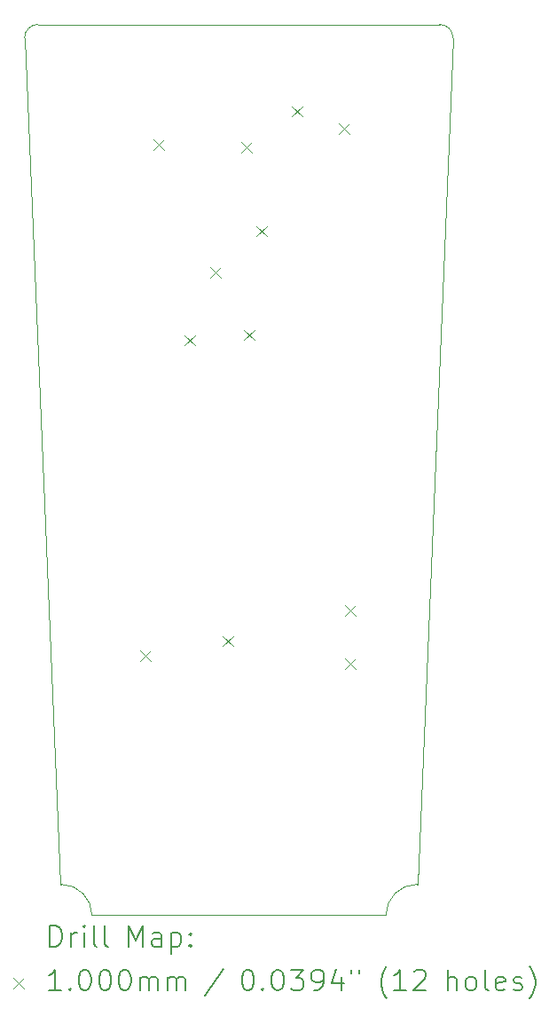
<source format=gbr>
%TF.GenerationSoftware,KiCad,Pcbnew,(7.0.0)*%
%TF.CreationDate,2023-03-18T07:41:42+03:00*%
%TF.ProjectId,StudioMic,53747564-696f-44d6-9963-2e6b69636164,1*%
%TF.SameCoordinates,Original*%
%TF.FileFunction,Drillmap*%
%TF.FilePolarity,Positive*%
%FSLAX45Y45*%
G04 Gerber Fmt 4.5, Leading zero omitted, Abs format (unit mm)*
G04 Created by KiCad (PCBNEW (7.0.0)) date 2023-03-18 07:41:42*
%MOMM*%
%LPD*%
G01*
G04 APERTURE LIST*
%ADD10C,0.100000*%
%ADD11C,0.200000*%
G04 APERTURE END LIST*
D10*
X16964362Y-13014065D02*
X16973562Y-13014065D01*
X13862062Y-13309511D02*
G75*
G03*
X13566438Y-13013888I-295622J2D01*
G01*
X13566438Y-13013888D02*
X13557238Y-13013888D01*
X17309284Y-4937321D02*
G75*
G03*
X17181650Y-4809688I-127633J0D01*
G01*
X13347022Y-4809688D02*
G75*
G03*
X13219389Y-4937321I0J-127633D01*
G01*
X13219389Y-4937321D02*
X13557238Y-13013888D01*
X13347022Y-4809688D02*
X17181650Y-4809688D01*
X17309284Y-4937321D02*
X16973562Y-13014065D01*
X16964362Y-13014068D02*
G75*
G03*
X16668738Y-13309688I-2J-295622D01*
G01*
X13862061Y-13309511D02*
X16668738Y-13309688D01*
D11*
D10*
X14326400Y-10783100D02*
X14426400Y-10883100D01*
X14426400Y-10783100D02*
X14326400Y-10883100D01*
X14453400Y-5906300D02*
X14553400Y-6006300D01*
X14553400Y-5906300D02*
X14453400Y-6006300D01*
X14745500Y-7773200D02*
X14845500Y-7873200D01*
X14845500Y-7773200D02*
X14745500Y-7873200D01*
X14989150Y-7125500D02*
X15089150Y-7225500D01*
X15089150Y-7125500D02*
X14989150Y-7225500D01*
X15113800Y-10643400D02*
X15213800Y-10743400D01*
X15213800Y-10643400D02*
X15113800Y-10743400D01*
X15291600Y-5931700D02*
X15391600Y-6031700D01*
X15391600Y-5931700D02*
X15291600Y-6031700D01*
X15317000Y-7722400D02*
X15417000Y-7822400D01*
X15417000Y-7722400D02*
X15317000Y-7822400D01*
X15432250Y-6732750D02*
X15532250Y-6832750D01*
X15532250Y-6732750D02*
X15432250Y-6832750D01*
X15774200Y-5588800D02*
X15874200Y-5688800D01*
X15874200Y-5588800D02*
X15774200Y-5688800D01*
X16218700Y-5753900D02*
X16318700Y-5853900D01*
X16318700Y-5753900D02*
X16218700Y-5853900D01*
X16282200Y-10351300D02*
X16382200Y-10451300D01*
X16382200Y-10351300D02*
X16282200Y-10451300D01*
X16282200Y-10859300D02*
X16382200Y-10959300D01*
X16382200Y-10859300D02*
X16282200Y-10959300D01*
D11*
X13462008Y-13608164D02*
X13462008Y-13408164D01*
X13462008Y-13408164D02*
X13509627Y-13408164D01*
X13509627Y-13408164D02*
X13538199Y-13417688D01*
X13538199Y-13417688D02*
X13557246Y-13436736D01*
X13557246Y-13436736D02*
X13566770Y-13455784D01*
X13566770Y-13455784D02*
X13576294Y-13493879D01*
X13576294Y-13493879D02*
X13576294Y-13522450D01*
X13576294Y-13522450D02*
X13566770Y-13560545D01*
X13566770Y-13560545D02*
X13557246Y-13579593D01*
X13557246Y-13579593D02*
X13538199Y-13598641D01*
X13538199Y-13598641D02*
X13509627Y-13608164D01*
X13509627Y-13608164D02*
X13462008Y-13608164D01*
X13662008Y-13608164D02*
X13662008Y-13474831D01*
X13662008Y-13512926D02*
X13671532Y-13493879D01*
X13671532Y-13493879D02*
X13681056Y-13484355D01*
X13681056Y-13484355D02*
X13700103Y-13474831D01*
X13700103Y-13474831D02*
X13719151Y-13474831D01*
X13785818Y-13608164D02*
X13785818Y-13474831D01*
X13785818Y-13408164D02*
X13776294Y-13417688D01*
X13776294Y-13417688D02*
X13785818Y-13427212D01*
X13785818Y-13427212D02*
X13795341Y-13417688D01*
X13795341Y-13417688D02*
X13785818Y-13408164D01*
X13785818Y-13408164D02*
X13785818Y-13427212D01*
X13909627Y-13608164D02*
X13890579Y-13598641D01*
X13890579Y-13598641D02*
X13881056Y-13579593D01*
X13881056Y-13579593D02*
X13881056Y-13408164D01*
X14014389Y-13608164D02*
X13995341Y-13598641D01*
X13995341Y-13598641D02*
X13985818Y-13579593D01*
X13985818Y-13579593D02*
X13985818Y-13408164D01*
X14210579Y-13608164D02*
X14210579Y-13408164D01*
X14210579Y-13408164D02*
X14277246Y-13551022D01*
X14277246Y-13551022D02*
X14343913Y-13408164D01*
X14343913Y-13408164D02*
X14343913Y-13608164D01*
X14524865Y-13608164D02*
X14524865Y-13503403D01*
X14524865Y-13503403D02*
X14515341Y-13484355D01*
X14515341Y-13484355D02*
X14496294Y-13474831D01*
X14496294Y-13474831D02*
X14458198Y-13474831D01*
X14458198Y-13474831D02*
X14439151Y-13484355D01*
X14524865Y-13598641D02*
X14505818Y-13608164D01*
X14505818Y-13608164D02*
X14458198Y-13608164D01*
X14458198Y-13608164D02*
X14439151Y-13598641D01*
X14439151Y-13598641D02*
X14429627Y-13579593D01*
X14429627Y-13579593D02*
X14429627Y-13560545D01*
X14429627Y-13560545D02*
X14439151Y-13541498D01*
X14439151Y-13541498D02*
X14458198Y-13531974D01*
X14458198Y-13531974D02*
X14505818Y-13531974D01*
X14505818Y-13531974D02*
X14524865Y-13522450D01*
X14620103Y-13474831D02*
X14620103Y-13674831D01*
X14620103Y-13484355D02*
X14639151Y-13474831D01*
X14639151Y-13474831D02*
X14677246Y-13474831D01*
X14677246Y-13474831D02*
X14696294Y-13484355D01*
X14696294Y-13484355D02*
X14705818Y-13493879D01*
X14705818Y-13493879D02*
X14715341Y-13512926D01*
X14715341Y-13512926D02*
X14715341Y-13570069D01*
X14715341Y-13570069D02*
X14705818Y-13589117D01*
X14705818Y-13589117D02*
X14696294Y-13598641D01*
X14696294Y-13598641D02*
X14677246Y-13608164D01*
X14677246Y-13608164D02*
X14639151Y-13608164D01*
X14639151Y-13608164D02*
X14620103Y-13598641D01*
X14801056Y-13589117D02*
X14810579Y-13598641D01*
X14810579Y-13598641D02*
X14801056Y-13608164D01*
X14801056Y-13608164D02*
X14791532Y-13598641D01*
X14791532Y-13598641D02*
X14801056Y-13589117D01*
X14801056Y-13589117D02*
X14801056Y-13608164D01*
X14801056Y-13484355D02*
X14810579Y-13493879D01*
X14810579Y-13493879D02*
X14801056Y-13503403D01*
X14801056Y-13503403D02*
X14791532Y-13493879D01*
X14791532Y-13493879D02*
X14801056Y-13484355D01*
X14801056Y-13484355D02*
X14801056Y-13503403D01*
D10*
X13114389Y-13904688D02*
X13214389Y-14004688D01*
X13214389Y-13904688D02*
X13114389Y-14004688D01*
D11*
X13566770Y-14028164D02*
X13452484Y-14028164D01*
X13509627Y-14028164D02*
X13509627Y-13828164D01*
X13509627Y-13828164D02*
X13490579Y-13856736D01*
X13490579Y-13856736D02*
X13471532Y-13875784D01*
X13471532Y-13875784D02*
X13452484Y-13885307D01*
X13652484Y-14009117D02*
X13662008Y-14018641D01*
X13662008Y-14018641D02*
X13652484Y-14028164D01*
X13652484Y-14028164D02*
X13642960Y-14018641D01*
X13642960Y-14018641D02*
X13652484Y-14009117D01*
X13652484Y-14009117D02*
X13652484Y-14028164D01*
X13785818Y-13828164D02*
X13804865Y-13828164D01*
X13804865Y-13828164D02*
X13823913Y-13837688D01*
X13823913Y-13837688D02*
X13833437Y-13847212D01*
X13833437Y-13847212D02*
X13842960Y-13866260D01*
X13842960Y-13866260D02*
X13852484Y-13904355D01*
X13852484Y-13904355D02*
X13852484Y-13951974D01*
X13852484Y-13951974D02*
X13842960Y-13990069D01*
X13842960Y-13990069D02*
X13833437Y-14009117D01*
X13833437Y-14009117D02*
X13823913Y-14018641D01*
X13823913Y-14018641D02*
X13804865Y-14028164D01*
X13804865Y-14028164D02*
X13785818Y-14028164D01*
X13785818Y-14028164D02*
X13766770Y-14018641D01*
X13766770Y-14018641D02*
X13757246Y-14009117D01*
X13757246Y-14009117D02*
X13747722Y-13990069D01*
X13747722Y-13990069D02*
X13738199Y-13951974D01*
X13738199Y-13951974D02*
X13738199Y-13904355D01*
X13738199Y-13904355D02*
X13747722Y-13866260D01*
X13747722Y-13866260D02*
X13757246Y-13847212D01*
X13757246Y-13847212D02*
X13766770Y-13837688D01*
X13766770Y-13837688D02*
X13785818Y-13828164D01*
X13976294Y-13828164D02*
X13995341Y-13828164D01*
X13995341Y-13828164D02*
X14014389Y-13837688D01*
X14014389Y-13837688D02*
X14023913Y-13847212D01*
X14023913Y-13847212D02*
X14033437Y-13866260D01*
X14033437Y-13866260D02*
X14042960Y-13904355D01*
X14042960Y-13904355D02*
X14042960Y-13951974D01*
X14042960Y-13951974D02*
X14033437Y-13990069D01*
X14033437Y-13990069D02*
X14023913Y-14009117D01*
X14023913Y-14009117D02*
X14014389Y-14018641D01*
X14014389Y-14018641D02*
X13995341Y-14028164D01*
X13995341Y-14028164D02*
X13976294Y-14028164D01*
X13976294Y-14028164D02*
X13957246Y-14018641D01*
X13957246Y-14018641D02*
X13947722Y-14009117D01*
X13947722Y-14009117D02*
X13938199Y-13990069D01*
X13938199Y-13990069D02*
X13928675Y-13951974D01*
X13928675Y-13951974D02*
X13928675Y-13904355D01*
X13928675Y-13904355D02*
X13938199Y-13866260D01*
X13938199Y-13866260D02*
X13947722Y-13847212D01*
X13947722Y-13847212D02*
X13957246Y-13837688D01*
X13957246Y-13837688D02*
X13976294Y-13828164D01*
X14166770Y-13828164D02*
X14185818Y-13828164D01*
X14185818Y-13828164D02*
X14204865Y-13837688D01*
X14204865Y-13837688D02*
X14214389Y-13847212D01*
X14214389Y-13847212D02*
X14223913Y-13866260D01*
X14223913Y-13866260D02*
X14233437Y-13904355D01*
X14233437Y-13904355D02*
X14233437Y-13951974D01*
X14233437Y-13951974D02*
X14223913Y-13990069D01*
X14223913Y-13990069D02*
X14214389Y-14009117D01*
X14214389Y-14009117D02*
X14204865Y-14018641D01*
X14204865Y-14018641D02*
X14185818Y-14028164D01*
X14185818Y-14028164D02*
X14166770Y-14028164D01*
X14166770Y-14028164D02*
X14147722Y-14018641D01*
X14147722Y-14018641D02*
X14138199Y-14009117D01*
X14138199Y-14009117D02*
X14128675Y-13990069D01*
X14128675Y-13990069D02*
X14119151Y-13951974D01*
X14119151Y-13951974D02*
X14119151Y-13904355D01*
X14119151Y-13904355D02*
X14128675Y-13866260D01*
X14128675Y-13866260D02*
X14138199Y-13847212D01*
X14138199Y-13847212D02*
X14147722Y-13837688D01*
X14147722Y-13837688D02*
X14166770Y-13828164D01*
X14319151Y-14028164D02*
X14319151Y-13894831D01*
X14319151Y-13913879D02*
X14328675Y-13904355D01*
X14328675Y-13904355D02*
X14347722Y-13894831D01*
X14347722Y-13894831D02*
X14376294Y-13894831D01*
X14376294Y-13894831D02*
X14395341Y-13904355D01*
X14395341Y-13904355D02*
X14404865Y-13923403D01*
X14404865Y-13923403D02*
X14404865Y-14028164D01*
X14404865Y-13923403D02*
X14414389Y-13904355D01*
X14414389Y-13904355D02*
X14433437Y-13894831D01*
X14433437Y-13894831D02*
X14462008Y-13894831D01*
X14462008Y-13894831D02*
X14481056Y-13904355D01*
X14481056Y-13904355D02*
X14490580Y-13923403D01*
X14490580Y-13923403D02*
X14490580Y-14028164D01*
X14585818Y-14028164D02*
X14585818Y-13894831D01*
X14585818Y-13913879D02*
X14595341Y-13904355D01*
X14595341Y-13904355D02*
X14614389Y-13894831D01*
X14614389Y-13894831D02*
X14642961Y-13894831D01*
X14642961Y-13894831D02*
X14662008Y-13904355D01*
X14662008Y-13904355D02*
X14671532Y-13923403D01*
X14671532Y-13923403D02*
X14671532Y-14028164D01*
X14671532Y-13923403D02*
X14681056Y-13904355D01*
X14681056Y-13904355D02*
X14700103Y-13894831D01*
X14700103Y-13894831D02*
X14728675Y-13894831D01*
X14728675Y-13894831D02*
X14747722Y-13904355D01*
X14747722Y-13904355D02*
X14757246Y-13923403D01*
X14757246Y-13923403D02*
X14757246Y-14028164D01*
X15115341Y-13818641D02*
X14943913Y-14075784D01*
X15340103Y-13828164D02*
X15359151Y-13828164D01*
X15359151Y-13828164D02*
X15378199Y-13837688D01*
X15378199Y-13837688D02*
X15387722Y-13847212D01*
X15387722Y-13847212D02*
X15397246Y-13866260D01*
X15397246Y-13866260D02*
X15406770Y-13904355D01*
X15406770Y-13904355D02*
X15406770Y-13951974D01*
X15406770Y-13951974D02*
X15397246Y-13990069D01*
X15397246Y-13990069D02*
X15387722Y-14009117D01*
X15387722Y-14009117D02*
X15378199Y-14018641D01*
X15378199Y-14018641D02*
X15359151Y-14028164D01*
X15359151Y-14028164D02*
X15340103Y-14028164D01*
X15340103Y-14028164D02*
X15321056Y-14018641D01*
X15321056Y-14018641D02*
X15311532Y-14009117D01*
X15311532Y-14009117D02*
X15302008Y-13990069D01*
X15302008Y-13990069D02*
X15292484Y-13951974D01*
X15292484Y-13951974D02*
X15292484Y-13904355D01*
X15292484Y-13904355D02*
X15302008Y-13866260D01*
X15302008Y-13866260D02*
X15311532Y-13847212D01*
X15311532Y-13847212D02*
X15321056Y-13837688D01*
X15321056Y-13837688D02*
X15340103Y-13828164D01*
X15492484Y-14009117D02*
X15502008Y-14018641D01*
X15502008Y-14018641D02*
X15492484Y-14028164D01*
X15492484Y-14028164D02*
X15482961Y-14018641D01*
X15482961Y-14018641D02*
X15492484Y-14009117D01*
X15492484Y-14009117D02*
X15492484Y-14028164D01*
X15625818Y-13828164D02*
X15644865Y-13828164D01*
X15644865Y-13828164D02*
X15663913Y-13837688D01*
X15663913Y-13837688D02*
X15673437Y-13847212D01*
X15673437Y-13847212D02*
X15682961Y-13866260D01*
X15682961Y-13866260D02*
X15692484Y-13904355D01*
X15692484Y-13904355D02*
X15692484Y-13951974D01*
X15692484Y-13951974D02*
X15682961Y-13990069D01*
X15682961Y-13990069D02*
X15673437Y-14009117D01*
X15673437Y-14009117D02*
X15663913Y-14018641D01*
X15663913Y-14018641D02*
X15644865Y-14028164D01*
X15644865Y-14028164D02*
X15625818Y-14028164D01*
X15625818Y-14028164D02*
X15606770Y-14018641D01*
X15606770Y-14018641D02*
X15597246Y-14009117D01*
X15597246Y-14009117D02*
X15587722Y-13990069D01*
X15587722Y-13990069D02*
X15578199Y-13951974D01*
X15578199Y-13951974D02*
X15578199Y-13904355D01*
X15578199Y-13904355D02*
X15587722Y-13866260D01*
X15587722Y-13866260D02*
X15597246Y-13847212D01*
X15597246Y-13847212D02*
X15606770Y-13837688D01*
X15606770Y-13837688D02*
X15625818Y-13828164D01*
X15759151Y-13828164D02*
X15882961Y-13828164D01*
X15882961Y-13828164D02*
X15816294Y-13904355D01*
X15816294Y-13904355D02*
X15844865Y-13904355D01*
X15844865Y-13904355D02*
X15863913Y-13913879D01*
X15863913Y-13913879D02*
X15873437Y-13923403D01*
X15873437Y-13923403D02*
X15882961Y-13942450D01*
X15882961Y-13942450D02*
X15882961Y-13990069D01*
X15882961Y-13990069D02*
X15873437Y-14009117D01*
X15873437Y-14009117D02*
X15863913Y-14018641D01*
X15863913Y-14018641D02*
X15844865Y-14028164D01*
X15844865Y-14028164D02*
X15787722Y-14028164D01*
X15787722Y-14028164D02*
X15768675Y-14018641D01*
X15768675Y-14018641D02*
X15759151Y-14009117D01*
X15978199Y-14028164D02*
X16016294Y-14028164D01*
X16016294Y-14028164D02*
X16035342Y-14018641D01*
X16035342Y-14018641D02*
X16044865Y-14009117D01*
X16044865Y-14009117D02*
X16063913Y-13980545D01*
X16063913Y-13980545D02*
X16073437Y-13942450D01*
X16073437Y-13942450D02*
X16073437Y-13866260D01*
X16073437Y-13866260D02*
X16063913Y-13847212D01*
X16063913Y-13847212D02*
X16054389Y-13837688D01*
X16054389Y-13837688D02*
X16035342Y-13828164D01*
X16035342Y-13828164D02*
X15997246Y-13828164D01*
X15997246Y-13828164D02*
X15978199Y-13837688D01*
X15978199Y-13837688D02*
X15968675Y-13847212D01*
X15968675Y-13847212D02*
X15959151Y-13866260D01*
X15959151Y-13866260D02*
X15959151Y-13913879D01*
X15959151Y-13913879D02*
X15968675Y-13932926D01*
X15968675Y-13932926D02*
X15978199Y-13942450D01*
X15978199Y-13942450D02*
X15997246Y-13951974D01*
X15997246Y-13951974D02*
X16035342Y-13951974D01*
X16035342Y-13951974D02*
X16054389Y-13942450D01*
X16054389Y-13942450D02*
X16063913Y-13932926D01*
X16063913Y-13932926D02*
X16073437Y-13913879D01*
X16244865Y-13894831D02*
X16244865Y-14028164D01*
X16197246Y-13818641D02*
X16149627Y-13961498D01*
X16149627Y-13961498D02*
X16273437Y-13961498D01*
X16340103Y-13828164D02*
X16340103Y-13866260D01*
X16416294Y-13828164D02*
X16416294Y-13866260D01*
X16679151Y-14104355D02*
X16669627Y-14094831D01*
X16669627Y-14094831D02*
X16650580Y-14066260D01*
X16650580Y-14066260D02*
X16641056Y-14047212D01*
X16641056Y-14047212D02*
X16631532Y-14018641D01*
X16631532Y-14018641D02*
X16622008Y-13971022D01*
X16622008Y-13971022D02*
X16622008Y-13932926D01*
X16622008Y-13932926D02*
X16631532Y-13885307D01*
X16631532Y-13885307D02*
X16641056Y-13856736D01*
X16641056Y-13856736D02*
X16650580Y-13837688D01*
X16650580Y-13837688D02*
X16669627Y-13809117D01*
X16669627Y-13809117D02*
X16679151Y-13799593D01*
X16860104Y-14028164D02*
X16745818Y-14028164D01*
X16802961Y-14028164D02*
X16802961Y-13828164D01*
X16802961Y-13828164D02*
X16783913Y-13856736D01*
X16783913Y-13856736D02*
X16764865Y-13875784D01*
X16764865Y-13875784D02*
X16745818Y-13885307D01*
X16936294Y-13847212D02*
X16945818Y-13837688D01*
X16945818Y-13837688D02*
X16964865Y-13828164D01*
X16964865Y-13828164D02*
X17012485Y-13828164D01*
X17012485Y-13828164D02*
X17031532Y-13837688D01*
X17031532Y-13837688D02*
X17041056Y-13847212D01*
X17041056Y-13847212D02*
X17050580Y-13866260D01*
X17050580Y-13866260D02*
X17050580Y-13885307D01*
X17050580Y-13885307D02*
X17041056Y-13913879D01*
X17041056Y-13913879D02*
X16926770Y-14028164D01*
X16926770Y-14028164D02*
X17050580Y-14028164D01*
X17256294Y-14028164D02*
X17256294Y-13828164D01*
X17342008Y-14028164D02*
X17342008Y-13923403D01*
X17342008Y-13923403D02*
X17332485Y-13904355D01*
X17332485Y-13904355D02*
X17313437Y-13894831D01*
X17313437Y-13894831D02*
X17284865Y-13894831D01*
X17284865Y-13894831D02*
X17265818Y-13904355D01*
X17265818Y-13904355D02*
X17256294Y-13913879D01*
X17465818Y-14028164D02*
X17446770Y-14018641D01*
X17446770Y-14018641D02*
X17437246Y-14009117D01*
X17437246Y-14009117D02*
X17427723Y-13990069D01*
X17427723Y-13990069D02*
X17427723Y-13932926D01*
X17427723Y-13932926D02*
X17437246Y-13913879D01*
X17437246Y-13913879D02*
X17446770Y-13904355D01*
X17446770Y-13904355D02*
X17465818Y-13894831D01*
X17465818Y-13894831D02*
X17494389Y-13894831D01*
X17494389Y-13894831D02*
X17513437Y-13904355D01*
X17513437Y-13904355D02*
X17522961Y-13913879D01*
X17522961Y-13913879D02*
X17532485Y-13932926D01*
X17532485Y-13932926D02*
X17532485Y-13990069D01*
X17532485Y-13990069D02*
X17522961Y-14009117D01*
X17522961Y-14009117D02*
X17513437Y-14018641D01*
X17513437Y-14018641D02*
X17494389Y-14028164D01*
X17494389Y-14028164D02*
X17465818Y-14028164D01*
X17646770Y-14028164D02*
X17627723Y-14018641D01*
X17627723Y-14018641D02*
X17618199Y-13999593D01*
X17618199Y-13999593D02*
X17618199Y-13828164D01*
X17799151Y-14018641D02*
X17780104Y-14028164D01*
X17780104Y-14028164D02*
X17742008Y-14028164D01*
X17742008Y-14028164D02*
X17722961Y-14018641D01*
X17722961Y-14018641D02*
X17713437Y-13999593D01*
X17713437Y-13999593D02*
X17713437Y-13923403D01*
X17713437Y-13923403D02*
X17722961Y-13904355D01*
X17722961Y-13904355D02*
X17742008Y-13894831D01*
X17742008Y-13894831D02*
X17780104Y-13894831D01*
X17780104Y-13894831D02*
X17799151Y-13904355D01*
X17799151Y-13904355D02*
X17808675Y-13923403D01*
X17808675Y-13923403D02*
X17808675Y-13942450D01*
X17808675Y-13942450D02*
X17713437Y-13961498D01*
X17884866Y-14018641D02*
X17903913Y-14028164D01*
X17903913Y-14028164D02*
X17942008Y-14028164D01*
X17942008Y-14028164D02*
X17961056Y-14018641D01*
X17961056Y-14018641D02*
X17970580Y-13999593D01*
X17970580Y-13999593D02*
X17970580Y-13990069D01*
X17970580Y-13990069D02*
X17961056Y-13971022D01*
X17961056Y-13971022D02*
X17942008Y-13961498D01*
X17942008Y-13961498D02*
X17913437Y-13961498D01*
X17913437Y-13961498D02*
X17894389Y-13951974D01*
X17894389Y-13951974D02*
X17884866Y-13932926D01*
X17884866Y-13932926D02*
X17884866Y-13923403D01*
X17884866Y-13923403D02*
X17894389Y-13904355D01*
X17894389Y-13904355D02*
X17913437Y-13894831D01*
X17913437Y-13894831D02*
X17942008Y-13894831D01*
X17942008Y-13894831D02*
X17961056Y-13904355D01*
X18037247Y-14104355D02*
X18046770Y-14094831D01*
X18046770Y-14094831D02*
X18065818Y-14066260D01*
X18065818Y-14066260D02*
X18075342Y-14047212D01*
X18075342Y-14047212D02*
X18084866Y-14018641D01*
X18084866Y-14018641D02*
X18094389Y-13971022D01*
X18094389Y-13971022D02*
X18094389Y-13932926D01*
X18094389Y-13932926D02*
X18084866Y-13885307D01*
X18084866Y-13885307D02*
X18075342Y-13856736D01*
X18075342Y-13856736D02*
X18065818Y-13837688D01*
X18065818Y-13837688D02*
X18046770Y-13809117D01*
X18046770Y-13809117D02*
X18037247Y-13799593D01*
M02*

</source>
